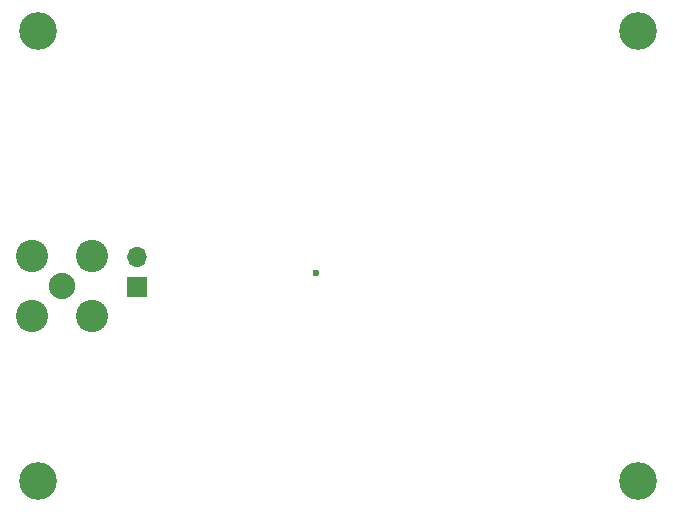
<source format=gbr>
%TF.GenerationSoftware,KiCad,Pcbnew,8.0.1*%
%TF.CreationDate,2024-06-16T17:47:39-07:00*%
%TF.ProjectId,eddy_pcb_coil,65646479-5f70-4636-925f-636f696c2e6b,rev?*%
%TF.SameCoordinates,Original*%
%TF.FileFunction,Soldermask,Bot*%
%TF.FilePolarity,Negative*%
%FSLAX46Y46*%
G04 Gerber Fmt 4.6, Leading zero omitted, Abs format (unit mm)*
G04 Created by KiCad (PCBNEW 8.0.1) date 2024-06-16 17:47:39*
%MOMM*%
%LPD*%
G01*
G04 APERTURE LIST*
%ADD10C,3.200000*%
%ADD11R,1.700000X1.700000*%
%ADD12O,1.700000X1.700000*%
%ADD13C,0.600000*%
%ADD14C,2.240000*%
%ADD15C,2.740000*%
G04 APERTURE END LIST*
D10*
%TO.C,H4*%
X184150000Y-85090000D03*
%TD*%
%TO.C,H3*%
X133350000Y-85090000D03*
%TD*%
%TO.C,H2*%
X184150000Y-46990000D03*
%TD*%
%TO.C,H1*%
X133350000Y-46990000D03*
%TD*%
D11*
%TO.C,J2*%
X141757400Y-68686600D03*
D12*
X141757400Y-66146600D03*
%TD*%
D13*
%TO.C,L1*%
X156911200Y-67479800D03*
%TD*%
D14*
%TO.C,J1*%
X135407400Y-68554600D03*
D15*
X132867400Y-66014600D03*
X132867400Y-71094600D03*
X137947400Y-66014600D03*
X137947400Y-71094600D03*
%TD*%
M02*

</source>
